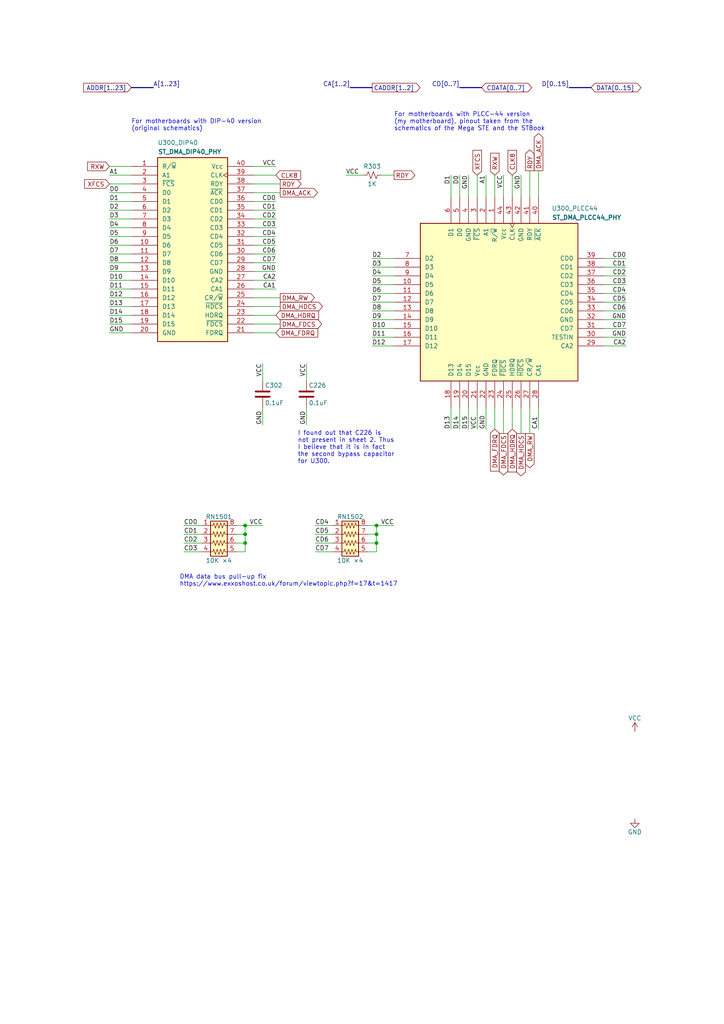
<source format=kicad_sch>
(kicad_sch (version 20211123) (generator eeschema)
  (paper "A4" portrait)
  (title_block (title "ReSTe mignon") (date "2022-07-13") (rev "mk0-0.1") (company "David SPORN") (comment 2 "original repository : https://github.com/sporniket/reste-mignon") (comment 4 "A remake of the Atari STe with some fixes applied and a target size of 25×18cm (B5)"))
  (lib_symbols
    (symbol "Device:C" (pin_numbers hide) (pin_names (offset 0.254))
      (property "Reference" "C" (at 0.635 2.54 0))
      (property "Value" "C" (at 0.635 -2.54 0))
      (symbol "C_0_1"
        (polyline (pts (xy -2.032 -0.762) (xy 2.032 -0.762)) (stroke (width 0.508)))
        (polyline (pts (xy -2.032 0.762) (xy 2.032 0.762)) (stroke (width 0.508)))
      )
      (symbol "C_1_1"
        (pin passive line (at 0 3.81 270) (length 2.794) (name "~") (number "1"))
        (pin passive line (at 0 -3.81 90) (length 2.794) (name "~") (number "2"))
      )
    )
    (symbol "Device:R_Small_US" (pin_numbers hide) (pin_names (offset 0.254) hide)
      (property "Reference" "R" (at 0.762 0.508 0))
      (property "Value" "R_Small_US" (at 0.762 -1.016 0))
      (symbol "R_Small_US_1_1"
        (polyline (pts (xy 0 0) (xy 1.016 -0.381) (xy 0 -0.762) (xy -1.016 -1.143) (xy 0 -1.524)))
        (polyline (pts (xy 0 1.524) (xy 1.016 1.143) (xy 0 0.762) (xy -1.016 0.381) (xy 0 0)))
        (pin passive line (at 0 2.54 270) (length 1.016) (name "~") (number "1"))
        (pin passive line (at 0 -2.54 90) (length 1.016) (name "~") (number "2"))
      )
    )
    (symbol "custom_passives:R_Pack04_US" (pin_names (offset 0) hide)
      (property "Reference" "RN" (at -7.62 0 90))
      (property "Value" "R_Pack04_US" (at 5.08 0 90))
      (symbol "R_Pack04_US_0_1"
        (rectangle (start -6.35 -2.413) (end 3.81 2.413) (stroke (width 0.254)) (fill (type background)))
        (polyline (pts (xy -5.08 -2.54) (xy -5.08 -1.905)))
        (polyline (pts (xy -5.08 1.905) (xy -5.08 2.54)))
        (polyline (pts (xy -2.54 -2.54) (xy -2.54 -1.905)))
        (polyline (pts (xy -2.54 1.905) (xy -2.54 2.54)))
        (polyline (pts (xy 0 -2.54) (xy 0 -1.905)))
        (polyline (pts (xy 0 1.905) (xy 0 2.54)))
        (polyline (pts (xy 2.54 -2.54) (xy 2.54 -1.905)))
        (polyline (pts (xy 2.54 1.905) (xy 2.54 2.54)))
        (polyline (pts (xy -5.08 -1.778) (xy -5.842 -1.524) (xy -4.318 -1.016) (xy -5.842 -0.508) (xy -4.318 0) (xy -5.842 0.508) (xy -4.318 1.016) (xy -5.842 1.524) (xy -5.08 1.778)))
        (polyline (pts (xy -2.54 -1.778) (xy -3.302 -1.524) (xy -1.778 -1.016) (xy -3.302 -0.508) (xy -1.778 0) (xy -3.302 0.508) (xy -1.778 1.016) (xy -3.302 1.524) (xy -2.54 1.778)))
      )
      (symbol "R_Pack04_US_1_1"
        (polyline (pts (xy 0 -1.778) (xy -0.762 -1.524) (xy 0.762 -1.016) (xy -0.762 -0.508) (xy 0.762 0) (xy -0.762 0.508) (xy 0.762 1.016) (xy -0.762 1.524) (xy 0 1.778)))
        (polyline (pts (xy 2.54 -1.778) (xy 1.778 -1.524) (xy 3.302 -1.016) (xy 1.778 -0.508) (xy 3.302 0) (xy 1.778 0.508) (xy 3.302 1.016) (xy 1.778 1.524) (xy 2.54 1.778)))
        (pin passive line (at -5.08 -5.08 90) (length 2.54) (name "R1.1") (number "1"))
        (pin passive line (at -2.54 -5.08 90) (length 2.54) (name "R2.1") (number "2"))
        (pin passive line (at 0 -5.08 90) (length 2.54) (name "R3.1") (number "3"))
        (pin passive line (at 2.54 -5.08 90) (length 2.54) (name "R4.1") (number "4"))
        (pin passive line (at 2.54 5.08 270) (length 2.54) (name "R4.2") (number "5"))
        (pin passive line (at 0 5.08 270) (length 2.54) (name "R3.2") (number "6"))
        (pin passive line (at -2.54 5.08 270) (length 2.54) (name "R2.2") (number "7"))
        (pin passive line (at -5.08 5.08 270) (length 2.54) (name "R1.2") (number "8"))
      )
    )
    (symbol "power:GND" (power) (pin_names (offset 0))
      (property "Value" "GND" (at 0 -3.81 0))
      (symbol "GND_0_1"
        (polyline (pts (xy 0 0) (xy 0 -1.27) (xy 1.27 -1.27) (xy 0 -2.54) (xy -1.27 -1.27) (xy 0 -1.27)))
      )
      (symbol "GND_1_1"
        (pin power_in line (at 0 0 270) (length 0) hide (name "GND") (number "1"))
      )
    )
    (symbol "power:VCC" (power) (pin_names (offset 0))
      (property "Value" "VCC" (at 0 3.81 0))
      (symbol "VCC_0_1"
        (polyline (pts (xy -0.762 1.27) (xy 0 2.54)))
        (polyline (pts (xy 0 0) (xy 0 2.54)))
        (polyline (pts (xy 0 2.54) (xy 0.762 1.27)))
      )
      (symbol "VCC_1_1"
        (pin power_in line (at 0 0 90) (length 0) hide (name "VCC") (number "1"))
      )
    )
    (symbol "st_dma_dip40:ST_DMA_DIP40_PHY" (pin_names (offset 1.27))
      (property "Reference" "U" (at -10.16 31.75 0))
      (property "Value" "ST_DMA_DIP40_PHY" (at -10.16 29.21 0))
      (symbol "ST_DMA_DIP40_PHY_0_0"
        (rectangle (start -10.16 26.67) (end 10.16 -26.67) (stroke (width 0.254)) (fill (type background)))
        (pin input line (at -17.78 24.13 0) (length 7.62) (name "R/~{W}") (number "1"))
        (pin tri_state line (at -17.78 1.27 0) (length 7.62) (name "D6") (number "10"))
        (pin tri_state line (at -17.78 -1.27 0) (length 7.62) (name "D7") (number "11"))
        (pin tri_state line (at -17.78 -3.81 0) (length 7.62) (name "D8") (number "12"))
        (pin tri_state line (at -17.78 -6.35 0) (length 7.62) (name "D9") (number "13"))
        (pin tri_state line (at -17.78 -8.89 0) (length 7.62) (name "D10") (number "14"))
        (pin tri_state line (at -17.78 -11.43 0) (length 7.62) (name "D11") (number "15"))
        (pin tri_state line (at -17.78 -13.97 0) (length 7.62) (name "D12") (number "16"))
        (pin tri_state line (at -17.78 -16.51 0) (length 7.62) (name "D13") (number "17"))
        (pin tri_state line (at -17.78 -19.05 0) (length 7.62) (name "D14") (number "18"))
        (pin tri_state line (at -17.78 -21.59 0) (length 7.62) (name "D15") (number "19"))
        (pin input line (at -17.78 21.59 0) (length 7.62) (name "A1") (number "2"))
        (pin power_in line (at -17.78 -24.13 0) (length 7.62) (name "GND") (number "20"))
        (pin input line (at 17.78 -24.13 180) (length 7.62) (name "FDRQ") (number "21"))
        (pin open_collector line (at 17.78 -21.59 180) (length 7.62) (name "~{FDCS}") (number "22"))
        (pin input line (at 17.78 -19.05 180) (length 7.62) (name "HDRQ") (number "23"))
        (pin open_collector line (at 17.78 -16.51 180) (length 7.62) (name "~{HDCS}") (number "24"))
        (pin open_collector line (at 17.78 -13.97 180) (length 7.62) (name "CR/~{W}") (number "25"))
        (pin tri_state line (at 17.78 -11.43 180) (length 7.62) (name "CA1") (number "26"))
        (pin tri_state line (at 17.78 -8.89 180) (length 7.62) (name "CA2") (number "27"))
        (pin power_in line (at 17.78 -6.35 180) (length 7.62) (name "GND") (number "28"))
        (pin tri_state line (at 17.78 -3.81 180) (length 7.62) (name "CD7") (number "29"))
        (pin input line (at -17.78 19.05 0) (length 7.62) (name "~{FCS}") (number "3"))
        (pin tri_state line (at 17.78 -1.27 180) (length 7.62) (name "CD6") (number "30"))
        (pin tri_state line (at 17.78 1.27 180) (length 7.62) (name "CD5") (number "31"))
        (pin tri_state line (at 17.78 3.81 180) (length 7.62) (name "CD4") (number "32"))
        (pin tri_state line (at 17.78 6.35 180) (length 7.62) (name "CD3") (number "33"))
        (pin tri_state line (at 17.78 8.89 180) (length 7.62) (name "CD2") (number "34"))
        (pin tri_state line (at 17.78 11.43 180) (length 7.62) (name "CD1") (number "35"))
        (pin tri_state line (at 17.78 13.97 180) (length 7.62) (name "CD0") (number "36"))
        (pin open_collector line (at 17.78 16.51 180) (length 7.62) (name "~{ACK}") (number "37"))
        (pin tri_state line (at 17.78 19.05 180) (length 7.62) (name "RDY") (number "38"))
        (pin input clock (at 17.78 21.59 180) (length 7.62) (name "CLK") (number "39"))
        (pin tri_state line (at -17.78 16.51 0) (length 7.62) (name "D0") (number "4"))
        (pin power_in line (at 17.78 24.13 180) (length 7.62) (name "Vcc") (number "40"))
        (pin tri_state line (at -17.78 13.97 0) (length 7.62) (name "D1") (number "5"))
        (pin tri_state line (at -17.78 11.43 0) (length 7.62) (name "D2") (number "6"))
        (pin tri_state line (at -17.78 8.89 0) (length 7.62) (name "D3") (number "7"))
        (pin tri_state line (at -17.78 6.35 0) (length 7.62) (name "D4") (number "8"))
        (pin tri_state line (at -17.78 3.81 0) (length 7.62) (name "D5") (number "9"))
      )
    )
    (symbol "st_dma_plcc44:ST_DMA_PLCC44_PHY" (pin_names (offset 1.27))
      (property "Reference" "U" (at 15.24 27.94 0))
      (property "Value" "ST_DMA_PLCC44_PHY" (at 15.24 25.4 0))
      (symbol "ST_DMA_PLCC44_PHY_0_0"
        (rectangle (start -22.86 22.86) (end 22.86 -22.86) (stroke (width 0.254)) (fill (type background)))
        (pin input line (at -1.27 30.48 270) (length 7.62) (name "R/~{W}") (number "1"))
        (pin tri_state line (at -30.48 5.08 0) (length 7.62) (name "D5") (number "10"))
        (pin tri_state line (at -30.48 2.54 0) (length 7.62) (name "D6") (number "11"))
        (pin tri_state line (at -30.48 0 0) (length 7.62) (name "D7") (number "12"))
        (pin tri_state line (at -30.48 -2.54 0) (length 7.62) (name "D8") (number "13"))
        (pin tri_state line (at -30.48 -5.08 0) (length 7.62) (name "D9") (number "14"))
        (pin tri_state line (at -30.48 -7.62 0) (length 7.62) (name "D10") (number "15"))
        (pin tri_state line (at -30.48 -10.16 0) (length 7.62) (name "D11") (number "16"))
        (pin tri_state line (at -30.48 -12.7 0) (length 7.62) (name "D12") (number "17"))
        (pin tri_state line (at -13.97 -30.48 90) (length 7.62) (name "D13") (number "18"))
        (pin tri_state line (at -11.43 -30.48 90) (length 7.62) (name "D14") (number "19"))
        (pin input line (at -3.81 30.48 270) (length 7.62) (name "A1") (number "2"))
        (pin tri_state line (at -8.89 -30.48 90) (length 7.62) (name "D15") (number "20"))
        (pin power_in line (at -6.35 -30.48 90) (length 7.62) (name "Vcc") (number "21"))
        (pin power_in line (at -3.81 -30.48 90) (length 7.62) (name "GND") (number "22"))
        (pin input line (at -1.27 -30.48 90) (length 7.62) (name "FDRQ") (number "23"))
        (pin open_collector line (at 1.27 -30.48 90) (length 7.62) (name "~{FDCS}") (number "24"))
        (pin input line (at 3.81 -30.48 90) (length 7.62) (name "HDRQ") (number "25"))
        (pin open_collector line (at 6.35 -30.48 90) (length 7.62) (name "~{HDCS}") (number "26"))
        (pin open_collector line (at 8.89 -30.48 90) (length 7.62) (name "CR/~{W}") (number "27"))
        (pin tri_state line (at 11.43 -30.48 90) (length 7.62) (name "CA1") (number "28"))
        (pin tri_state line (at 30.48 -12.7 180) (length 7.62) (name "CA2") (number "29"))
        (pin input line (at -6.35 30.48 270) (length 7.62) (name "~{FCS}") (number "3"))
        (pin input line (at 30.48 -10.16 180) (length 7.62) (name "TESTIN") (number "30"))
        (pin tri_state line (at 30.48 -7.62 180) (length 7.62) (name "CD7") (number "31"))
        (pin power_in line (at 30.48 -5.08 180) (length 7.62) (name "GND") (number "32"))
        (pin tri_state line (at 30.48 -2.54 180) (length 7.62) (name "CD6") (number "33"))
        (pin tri_state line (at 30.48 0 180) (length 7.62) (name "CD5") (number "34"))
        (pin tri_state line (at 30.48 2.54 180) (length 7.62) (name "CD4") (number "35"))
        (pin tri_state line (at 30.48 5.08 180) (length 7.62) (name "CD3") (number "36"))
        (pin tri_state line (at 30.48 7.62 180) (length 7.62) (name "CD2") (number "37"))
        (pin tri_state line (at 30.48 10.16 180) (length 7.62) (name "CD1") (number "38"))
        (pin tri_state line (at 30.48 12.7 180) (length 7.62) (name "CD0") (number "39"))
        (pin power_in line (at -8.89 30.48 270) (length 7.62) (name "GND") (number "4"))
        (pin open_collector line (at 11.43 30.48 270) (length 7.62) (name "~{ACK}") (number "40"))
        (pin tri_state line (at 8.89 30.48 270) (length 7.62) (name "RDY") (number "41"))
        (pin power_in line (at 6.35 30.48 270) (length 7.62) (name "GND") (number "42"))
        (pin input clock (at 3.81 30.48 270) (length 7.62) (name "CLK") (number "43"))
        (pin power_in line (at 1.27 30.48 270) (length 7.62) (name "Vcc") (number "44"))
        (pin tri_state line (at -11.43 30.48 270) (length 7.62) (name "D0") (number "5"))
        (pin tri_state line (at -13.97 30.48 270) (length 7.62) (name "D1") (number "6"))
        (pin tri_state line (at -30.48 12.7 0) (length 7.62) (name "D2") (number "7"))
        (pin tri_state line (at -30.48 10.16 0) (length 7.62) (name "D3") (number "8"))
        (pin tri_state line (at -30.48 7.62 0) (length 7.62) (name "D4") (number "9"))
      )
    )
  )
  (junction (at 109.22 152.4))
  (junction (at 71.12 152.4))
  (junction (at 71.12 154.94))
  (junction (at 71.12 157.48))
  (junction (at 109.22 157.48))
  (junction (at 109.22 154.94))
  (wire (pts (xy 91.44 157.48) (xy 96.52 157.48)))
  (wire (pts (xy 146.05 50.8) (xy 146.05 57.15)))
  (wire (pts (xy 73.66 88.9) (xy 81.28 88.9)))
  (wire (pts (xy 71.12 157.48) (xy 71.12 154.94)))
  (wire (pts (xy 53.34 157.48) (xy 58.42 157.48)))
  (wire (pts (xy 73.66 96.52) (xy 80.01 96.52)))
  (wire (pts (xy 107.95 100.33) (xy 114.3 100.33)))
  (wire (pts (xy 73.66 76.2) (xy 80.01 76.2)))
  (wire (pts (xy 73.66 73.66) (xy 80.01 73.66)))
  (wire (pts (xy 106.68 157.48) (xy 109.22 157.48)))
  (wire (pts (xy 68.58 160.02) (xy 71.12 160.02)))
  (wire (pts (xy 109.22 160.02) (xy 109.22 157.48)))
  (wire (pts (xy 153.67 49.53) (xy 153.67 57.15)))
  (wire (pts (xy 31.75 63.5) (xy 38.1 63.5)))
  (wire (pts (xy 31.75 71.12) (xy 38.1 71.12)))
  (wire (pts (xy 71.12 154.94) (xy 71.12 152.4)))
  (wire (pts (xy 68.58 152.4) (xy 71.12 152.4)))
  (wire (pts (xy 133.35 50.8) (xy 133.35 57.15)))
  (wire (pts (xy 68.58 157.48) (xy 71.12 157.48)))
  (bus (pts (xy 101.6 25.4) (xy 107.95 25.4)))
  (wire (pts (xy 107.95 97.79) (xy 114.3 97.79)))
  (wire (pts (xy 73.66 81.28) (xy 80.01 81.28)))
  (wire (pts (xy 138.43 50.8) (xy 138.43 57.15)))
  (wire (pts (xy 73.66 60.96) (xy 80.01 60.96)))
  (wire (pts (xy 107.95 87.63) (xy 114.3 87.63)))
  (wire (pts (xy 135.89 118.11) (xy 135.89 124.46)))
  (wire (pts (xy 107.95 85.09) (xy 114.3 85.09)))
  (wire (pts (xy 71.12 160.02) (xy 71.12 157.48)))
  (bus (pts (xy 133.35 25.4) (xy 139.7 25.4)))
  (wire (pts (xy 148.59 50.8) (xy 148.59 57.15)))
  (wire (pts (xy 109.22 154.94) (xy 109.22 152.4)))
  (wire (pts (xy 175.26 77.47) (xy 181.61 77.47)))
  (wire (pts (xy 73.66 66.04) (xy 80.01 66.04)))
  (wire (pts (xy 106.68 154.94) (xy 109.22 154.94)))
  (wire (pts (xy 53.34 152.4) (xy 58.42 152.4)))
  (wire (pts (xy 175.26 97.79) (xy 181.61 97.79)))
  (wire (pts (xy 31.75 55.88) (xy 38.1 55.88)))
  (wire (pts (xy 73.66 71.12) (xy 80.01 71.12)))
  (wire (pts (xy 175.26 82.55) (xy 181.61 82.55)))
  (bus (pts (xy 165.1 25.4) (xy 171.45 25.4)))
  (wire (pts (xy 73.66 83.82) (xy 80.01 83.82)))
  (wire (pts (xy 88.9 105.41) (xy 88.9 110.49)))
  (wire (pts (xy 31.75 73.66) (xy 38.1 73.66)))
  (wire (pts (xy 175.26 87.63) (xy 181.61 87.63)))
  (wire (pts (xy 175.26 95.25) (xy 181.61 95.25)))
  (wire (pts (xy 130.81 50.8) (xy 130.81 57.15)))
  (wire (pts (xy 73.66 48.26) (xy 80.01 48.26)))
  (wire (pts (xy 100.33 50.8) (xy 105.41 50.8)))
  (wire (pts (xy 80.01 50.8) (xy 73.66 50.8)))
  (wire (pts (xy 148.59 124.46) (xy 148.59 118.11)))
  (wire (pts (xy 31.75 53.34) (xy 38.1 53.34)))
  (wire (pts (xy 107.95 82.55) (xy 114.3 82.55)))
  (wire (pts (xy 71.12 152.4) (xy 76.2 152.4)))
  (bus (pts (xy 38.1 25.4) (xy 44.45 25.4)))
  (wire (pts (xy 31.75 48.26) (xy 38.1 48.26)))
  (wire (pts (xy 53.34 154.94) (xy 58.42 154.94)))
  (wire (pts (xy 107.95 90.17) (xy 114.3 90.17)))
  (wire (pts (xy 175.26 90.17) (xy 181.61 90.17)))
  (wire (pts (xy 73.66 93.98) (xy 81.28 93.98)))
  (wire (pts (xy 138.43 118.11) (xy 138.43 124.46)))
  (wire (pts (xy 175.26 92.71) (xy 181.61 92.71)))
  (wire (pts (xy 91.44 154.94) (xy 96.52 154.94)))
  (wire (pts (xy 73.66 91.44) (xy 80.01 91.44)))
  (wire (pts (xy 31.75 68.58) (xy 38.1 68.58)))
  (wire (pts (xy 31.75 66.04) (xy 38.1 66.04)))
  (wire (pts (xy 107.95 95.25) (xy 114.3 95.25)))
  (wire (pts (xy 73.66 53.34) (xy 81.28 53.34)))
  (wire (pts (xy 109.22 152.4) (xy 114.3 152.4)))
  (wire (pts (xy 91.44 160.02) (xy 96.52 160.02)))
  (wire (pts (xy 73.66 63.5) (xy 80.01 63.5)))
  (wire (pts (xy 156.21 49.53) (xy 156.21 57.15)))
  (wire (pts (xy 151.13 118.11) (xy 151.13 125.73)))
  (wire (pts (xy 53.34 160.02) (xy 58.42 160.02)))
  (wire (pts (xy 153.67 118.11) (xy 153.67 125.73)))
  (wire (pts (xy 73.66 55.88) (xy 81.28 55.88)))
  (wire (pts (xy 140.97 50.8) (xy 140.97 57.15)))
  (wire (pts (xy 76.2 105.41) (xy 76.2 110.49)))
  (wire (pts (xy 130.81 118.11) (xy 130.81 124.46)))
  (wire (pts (xy 107.95 77.47) (xy 114.3 77.47)))
  (wire (pts (xy 135.89 50.8) (xy 135.89 57.15)))
  (wire (pts (xy 73.66 86.36) (xy 81.28 86.36)))
  (wire (pts (xy 73.66 78.74) (xy 80.01 78.74)))
  (wire (pts (xy 107.95 74.93) (xy 114.3 74.93)))
  (wire (pts (xy 175.26 74.93) (xy 181.61 74.93)))
  (wire (pts (xy 140.97 118.11) (xy 140.97 124.46)))
  (wire (pts (xy 107.95 92.71) (xy 114.3 92.71)))
  (wire (pts (xy 109.22 157.48) (xy 109.22 154.94)))
  (wire (pts (xy 31.75 58.42) (xy 38.1 58.42)))
  (wire (pts (xy 107.95 80.01) (xy 114.3 80.01)))
  (wire (pts (xy 76.2 118.11) (xy 76.2 123.19)))
  (wire (pts (xy 106.68 152.4) (xy 109.22 152.4)))
  (wire (pts (xy 31.75 88.9) (xy 38.1 88.9)))
  (wire (pts (xy 175.26 100.33) (xy 181.61 100.33)))
  (wire (pts (xy 143.51 57.15) (xy 143.51 50.8)))
  (wire (pts (xy 143.51 118.11) (xy 143.51 124.46)))
  (wire (pts (xy 31.75 60.96) (xy 38.1 60.96)))
  (wire (pts (xy 73.66 68.58) (xy 80.01 68.58)))
  (wire (pts (xy 31.75 78.74) (xy 38.1 78.74)))
  (wire (pts (xy 31.75 76.2) (xy 38.1 76.2)))
  (wire (pts (xy 146.05 118.11) (xy 146.05 125.73)))
  (wire (pts (xy 106.68 160.02) (xy 109.22 160.02)))
  (wire (pts (xy 31.75 93.98) (xy 38.1 93.98)))
  (wire (pts (xy 31.75 83.82) (xy 38.1 83.82)))
  (wire (pts (xy 133.35 124.46) (xy 133.35 118.11)))
  (wire (pts (xy 68.58 154.94) (xy 71.12 154.94)))
  (wire (pts (xy 31.75 96.52) (xy 38.1 96.52)))
  (wire (pts (xy 151.13 50.8) (xy 151.13 57.15)))
  (wire (pts (xy 31.75 86.36) (xy 38.1 86.36)))
  (wire (pts (xy 73.66 58.42) (xy 80.01 58.42)))
  (wire (pts (xy 156.21 124.46) (xy 156.21 118.11)))
  (wire (pts (xy 31.75 81.28) (xy 38.1 81.28)))
  (wire (pts (xy 175.26 80.01) (xy 181.61 80.01)))
  (wire (pts (xy 88.9 118.11) (xy 88.9 123.19)))
  (wire (pts (xy 175.26 85.09) (xy 181.61 85.09)))
  (wire (pts (xy 31.75 50.8) (xy 38.1 50.8)))
  (wire (pts (xy 31.75 91.44) (xy 38.1 91.44)))
  (wire (pts (xy 91.44 152.4) (xy 96.52 152.4)))
  (wire (pts (xy 110.49 50.8) (xy 114.3 50.8)))
  (text "I found out that C226 is\nnot present in sheet 2. Thus\nI believe that it is in fact\nthe second bypass capacitor \nfor U300." (at 86.36 134.62 0) (effects (font (size 1.27 1.27)) (justify left bottom)))
  (text "For motherboards with PLCC-44 version\n(my motherboard), pinout taken from the\nschematics of the Mega STE and the STBook" (at 114.3 38.1 0) (effects (font (size 1.27 1.27)) (justify left bottom)))
  (text "For motherboards with DIP-40 version\n(original schematics)" (at 38.1 38.1 0) (effects (font (size 1.27 1.27)) (justify left bottom)))
  (text "DMA data bus pull-up fix\nhttps://www.exxoshost.co.uk/forum/viewtopic.php?f=17&t=1417" (at 52.07 170.18 0) (effects (font (size 1.27 1.27)) (justify left bottom)))
  (label "VCC" (at 100.33 50.8 0))
  (label "D13" (at 31.75 88.9 0))
  (label "VCC" (at 76.2 152.4 180))
  (label "CD2" (at 53.34 157.48 0))
  (label "CA1" (at 80.01 83.82 180))
  (label "GND" (at 88.9 123.19 90))
  (label "VCC" (at 146.05 50.8 270))
  (label "CA2" (at 80.01 81.28 180))
  (label "CD0" (at 80.01 58.42 180))
  (label "CD2" (at 181.61 80.01 180))
  (label "D11" (at 31.75 83.82 0))
  (label "D9" (at 31.75 78.74 0))
  (label "D5" (at 31.75 68.58 0))
  (label "VCC" (at 88.9 105.41 270))
  (label "CD6" (at 80.01 73.66 180))
  (label "D7" (at 107.95 87.63 0))
  (label "D10" (at 107.95 95.25 0))
  (label "D1" (at 130.81 50.8 270))
  (label "D4" (at 31.75 66.04 0))
  (label "D11" (at 107.95 97.79 0))
  (label "VCC" (at 138.43 124.46 90))
  (label "D0" (at 133.35 50.8 270))
  (label "GND" (at 140.97 124.46 90))
  (label "D12" (at 31.75 86.36 0))
  (label "D15" (at 31.75 93.98 0))
  (label "GND" (at 181.61 92.71 180))
  (label "GND" (at 76.2 123.19 90))
  (label "CD7" (at 181.61 95.25 180))
  (label "CD5" (at 80.01 71.12 180))
  (label "D0" (at 31.75 55.88 0))
  (label "CD3" (at 80.01 66.04 180))
  (label "VCC" (at 76.2 105.41 270))
  (label "CD1" (at 53.34 154.94 0))
  (label "D7" (at 31.75 73.66 0))
  (label "GND" (at 31.75 96.52 0))
  (label "D[0..15]" (at 165.1 25.4 180))
  (label "CD6" (at 91.44 157.48 0))
  (label "CD0" (at 53.34 152.4 0))
  (label "CA1" (at 156.21 124.46 90))
  (label "CD5" (at 91.44 154.94 0))
  (label "CD7" (at 80.01 76.2 180))
  (label "D8" (at 107.95 90.17 0))
  (label "GND" (at 151.13 50.8 270))
  (label "D9" (at 107.95 92.71 0))
  (label "CD1" (at 181.61 77.47 180))
  (label "VCC" (at 114.3 152.4 180))
  (label "CA2" (at 181.61 100.33 180))
  (label "GND" (at 80.01 78.74 180))
  (label "D14" (at 31.75 91.44 0))
  (label "D6" (at 107.95 85.09 0))
  (label "GND" (at 135.89 50.8 270))
  (label "D6" (at 31.75 71.12 0))
  (label "CD4" (at 91.44 152.4 0))
  (label "CD7" (at 91.44 160.02 0))
  (label "A1" (at 31.75 50.8 0))
  (label "CD6" (at 181.61 90.17 180))
  (label "VCC" (at 80.01 48.26 180))
  (label "CD1" (at 80.01 60.96 180))
  (label "CD3" (at 53.34 160.02 0))
  (label "D4" (at 107.95 80.01 0))
  (label "A1" (at 140.97 50.8 270))
  (label "D15" (at 135.89 124.46 90))
  (label "CD0" (at 181.61 74.93 180))
  (label "D10" (at 31.75 81.28 0))
  (label "A[1..23]" (at 44.45 25.4 0))
  (label "D8" (at 31.75 76.2 0))
  (label "CD4" (at 181.61 85.09 180))
  (label "CD4" (at 80.01 68.58 180))
  (label "CD[0..7]" (at 133.35 25.4 180))
  (label "D3" (at 107.95 77.47 0))
  (label "CD3" (at 181.61 82.55 180))
  (label "D14" (at 133.35 124.46 90))
  (label "CD2" (at 80.01 63.5 180))
  (label "D2" (at 107.95 74.93 0))
  (label "D12" (at 107.95 100.33 0))
  (label "D2" (at 31.75 60.96 0))
  (label "D13" (at 130.81 124.46 90))
  (label "D3" (at 31.75 63.5 0))
  (label "CD5" (at 181.61 87.63 180))
  (label "GND" (at 181.61 97.79 180))
  (label "D1" (at 31.75 58.42 0))
  (label "D5" (at 107.95 82.55 0))
  (label "CA[1..2]" (at 101.6 25.4 180))
  (global_label "XFCS" (shape input) (at 138.43 50.8 90) (property "Intersheet References" "${INTERSHEET_REFS}" (effects hide)))
  (global_label "CDATA[0..7]" (shape bidirectional) (at 139.7 25.4 0) (property "Intersheet References" "${INTERSHEET_REFS}" (effects hide)))
  (global_label "DMA_HDRQ" (shape input) (at 80.01 91.44 0) (property "Intersheet References" "${INTERSHEET_REFS}" (effects hide)))
  (global_label "CADDR[1..2]" (shape output) (at 107.95 25.4 0) (property "Intersheet References" "${INTERSHEET_REFS}" (effects hide)))
  (global_label "RDY" (shape output) (at 153.67 49.53 90) (property "Intersheet References" "${INTERSHEET_REFS}" (effects hide)))
  (global_label "DMA_FDRQ" (shape input) (at 80.01 96.52 0) (property "Intersheet References" "${INTERSHEET_REFS}" (effects hide)))
  (global_label "RDY" (shape output) (at 114.3 50.8 0) (property "Intersheet References" "${INTERSHEET_REFS}" (effects hide)))
  (global_label "RDY" (shape output) (at 81.28 53.34 0) (property "Intersheet References" "${INTERSHEET_REFS}" (effects hide)))
  (global_label "CLK8" (shape input) (at 80.01 50.8 0) (property "Intersheet References" "${INTERSHEET_REFS}" (effects hide)))
  (global_label "XFCS" (shape input) (at 31.75 53.34 180) (property "Intersheet References" "${INTERSHEET_REFS}" (effects hide)))
  (global_label "DATA[0..15]" (shape bidirectional) (at 171.45 25.4 0) (property "Intersheet References" "${INTERSHEET_REFS}" (effects hide)))
  (global_label "DMA_RW" (shape output) (at 81.28 86.36 0) (property "Intersheet References" "${INTERSHEET_REFS}" (effects hide)))
  (global_label "CLK8" (shape input) (at 148.59 50.8 90) (property "Intersheet References" "${INTERSHEET_REFS}" (effects hide)))
  (global_label "DMA_FDCS" (shape output) (at 146.05 125.73 270) (property "Intersheet References" "${INTERSHEET_REFS}" (effects hide)))
  (global_label "DMA_RW" (shape output) (at 153.67 125.73 270) (property "Intersheet References" "${INTERSHEET_REFS}" (effects hide)))
  (global_label "ADDR[1..23]" (shape input) (at 38.1 25.4 180) (property "Intersheet References" "${INTERSHEET_REFS}" (effects hide)))
  (global_label "RXW" (shape input) (at 143.51 50.8 90) (property "Intersheet References" "${INTERSHEET_REFS}" (effects hide)))
  (global_label "DMA_ACK" (shape output) (at 156.21 49.53 90) (property "Intersheet References" "${INTERSHEET_REFS}" (effects hide)))
  (global_label "RXW" (shape input) (at 31.75 48.26 180) (property "Intersheet References" "${INTERSHEET_REFS}" (effects hide)))
  (global_label "DMA_FDCS" (shape output) (at 81.28 93.98 0) (property "Intersheet References" "${INTERSHEET_REFS}" (effects hide)))
  (global_label "DMA_FDRQ" (shape input) (at 143.51 124.46 270) (property "Intersheet References" "${INTERSHEET_REFS}" (effects hide)))
  (global_label "DMA_HDRQ" (shape input) (at 148.59 124.46 270) (property "Intersheet References" "${INTERSHEET_REFS}" (effects hide)))
  (global_label "DMA_HDCS" (shape output) (at 151.13 125.73 270) (property "Intersheet References" "${INTERSHEET_REFS}" (effects hide)))
  (global_label "DMA_HDCS" (shape output) (at 81.28 88.9 0) (property "Intersheet References" "${INTERSHEET_REFS}" (effects hide)))
  (global_label "DMA_ACK" (shape output) (at 81.28 55.88 0) (property "Intersheet References" "${INTERSHEET_REFS}" (effects hide)))
  (symbol (lib_id "st_dma_plcc44:ST_DMA_PLCC44_PHY") (at 144.78 87.63 0) (unit 1)
    (property "Reference" "U300_PLCC44" (at 160.02 59.69 0) (effects (justify left top)))
    (property "Value" "ST_DMA_PLCC44_PHY" (at 160.02 62.23 0) (effects (font bold) (justify left top)))
    (property "Footprint" "Package_LCC:PLCC-44_THT-Socket" (effects hide))
    (property "Datasheet" "https://docs.dev-docs.org/htm/search.php?find=Atari+STBook+Schematic+" (effects hide))
  )
  (symbol (lib_id "st_dma_dip40:ST_DMA_DIP40_PHY") (at 55.88 72.39 0) (unit 1)
    (property "Reference" "U300_DIP40" (at 45.72 40.64 0) (effects (justify left top)))
    (property "Value" "ST_DMA_DIP40_PHY" (at 45.72 43.18 0) (effects (font bold) (justify left top)))
    (property "Footprint" "Package_DIP:DIP-40_W15.24mm_Socket_LongPads" (effects hide))
    (property "Datasheet" "https://docs.dev-docs.org/htm/search.php?find=Atari+STBook+Schematic+" (effects hide))
  )
  (symbol (lib_id "Device:C") (at 76.2 114.3 0) (unit 1)
    (property "Reference" "C302" (at 76.835 111.76 0) (effects (justify left)))
    (property "Value" "0.1uF" (at 76.835 116.84 0) (effects (justify left)))
    (property "Footprint" "Capacitor_SMD:C_1206_3216Metric_Pad1.33x1.80mm_HandSolder" (effects hide))
  )
  (symbol (lib_id "Device:R_Small_US") (at 107.95 50.8 270) (unit 1)
    (property "Reference" "R303" (at 107.95 48.26 90))
    (property "Value" "1K" (at 107.95 53.34 90))
    (property "Footprint" "Resistor_SMD:R_1206_3216Metric_Pad1.30x1.75mm_HandSolder" (effects hide))
  )
  (symbol (lib_id "Device:C") (at 88.9 114.3 0) (unit 1)
    (property "Reference" "C226" (at 89.535 111.76 0) (effects (justify left)))
    (property "Value" "0.1uF" (at 89.535 116.84 0) (effects (justify left)))
    (property "Footprint" "Capacitor_SMD:C_1206_3216Metric_Pad1.33x1.80mm_HandSolder" (effects hide))
  )
  (symbol (lib_id "custom_passives:R_Pack04_US") (at 63.5 157.48 270) (unit 1)
    (property "Reference" "RN1501" (at 63.5 149.86 90))
    (property "Value" "10K ×4" (at 63.5 162.56 90))
    (property "Footprint" "Resistor_SMD:R_Array_Convex_4x0603" (effects hide))
  )
  (symbol (lib_id "custom_passives:R_Pack04_US") (at 101.6 157.48 270) (unit 1)
    (property "Reference" "RN1502" (at 101.6 149.86 90))
    (property "Value" "10K ×4" (at 101.6 162.56 90))
    (property "Footprint" "Resistor_SMD:R_Array_Convex_4x0603" (effects hide))
  )
  (symbol (lib_id "power:VCC") (at 184.15 212.09 0) (unit 1)
    (property "Reference" "#PWR?" (effects hide))
    (property "Value" "VCC" (at 184.15 208.28 0))
  )
  (symbol (lib_id "power:GND") (at 184.15 237.49 0) (unit 1)
    (property "Reference" "#PWR?" (effects hide))
    (property "Value" "GND" (at 184.15 241.3 0))
  )
)
</source>
